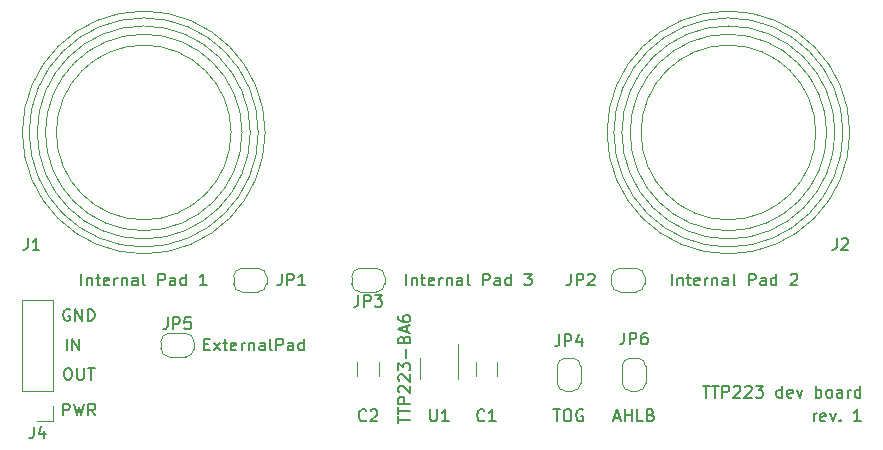
<source format=gbr>
G04 #@! TF.GenerationSoftware,KiCad,Pcbnew,5.1.4-e60b266~84~ubuntu19.04.1*
G04 #@! TF.CreationDate,2019-09-15T18:03:26+02:00*
G04 #@! TF.ProjectId,TouchSensorDev,546f7563-6853-4656-9e73-6f724465762e,rev?*
G04 #@! TF.SameCoordinates,Original*
G04 #@! TF.FileFunction,Legend,Top*
G04 #@! TF.FilePolarity,Positive*
%FSLAX46Y46*%
G04 Gerber Fmt 4.6, Leading zero omitted, Abs format (unit mm)*
G04 Created by KiCad (PCBNEW 5.1.4-e60b266~84~ubuntu19.04.1) date 2019-09-15 18:03:26*
%MOMM*%
%LPD*%
G04 APERTURE LIST*
%ADD10C,0.150000*%
%ADD11C,0.120000*%
G04 APERTURE END LIST*
D10*
X25976190Y-51952380D02*
X25976190Y-50952380D01*
X26452380Y-51952380D02*
X26452380Y-50952380D01*
X27023809Y-51952380D01*
X27023809Y-50952380D01*
X26000000Y-53452380D02*
X26190476Y-53452380D01*
X26285714Y-53500000D01*
X26380952Y-53595238D01*
X26428571Y-53785714D01*
X26428571Y-54119047D01*
X26380952Y-54309523D01*
X26285714Y-54404761D01*
X26190476Y-54452380D01*
X26000000Y-54452380D01*
X25904761Y-54404761D01*
X25809523Y-54309523D01*
X25761904Y-54119047D01*
X25761904Y-53785714D01*
X25809523Y-53595238D01*
X25904761Y-53500000D01*
X26000000Y-53452380D01*
X26857142Y-53452380D02*
X26857142Y-54261904D01*
X26904761Y-54357142D01*
X26952380Y-54404761D01*
X27047619Y-54452380D01*
X27238095Y-54452380D01*
X27333333Y-54404761D01*
X27380952Y-54357142D01*
X27428571Y-54261904D01*
X27428571Y-53452380D01*
X27761904Y-53452380D02*
X28333333Y-53452380D01*
X28047619Y-54452380D02*
X28047619Y-53452380D01*
X25666666Y-57452380D02*
X25666666Y-56452380D01*
X26047619Y-56452380D01*
X26142857Y-56500000D01*
X26190476Y-56547619D01*
X26238095Y-56642857D01*
X26238095Y-56785714D01*
X26190476Y-56880952D01*
X26142857Y-56928571D01*
X26047619Y-56976190D01*
X25666666Y-56976190D01*
X26571428Y-56452380D02*
X26809523Y-57452380D01*
X27000000Y-56738095D01*
X27190476Y-57452380D01*
X27428571Y-56452380D01*
X28380952Y-57452380D02*
X28047619Y-56976190D01*
X27809523Y-57452380D02*
X27809523Y-56452380D01*
X28190476Y-56452380D01*
X28285714Y-56500000D01*
X28333333Y-56547619D01*
X28380952Y-56642857D01*
X28380952Y-56785714D01*
X28333333Y-56880952D01*
X28285714Y-56928571D01*
X28190476Y-56976190D01*
X27809523Y-56976190D01*
X26238095Y-48500000D02*
X26142857Y-48452380D01*
X26000000Y-48452380D01*
X25857142Y-48500000D01*
X25761904Y-48595238D01*
X25714285Y-48690476D01*
X25666666Y-48880952D01*
X25666666Y-49023809D01*
X25714285Y-49214285D01*
X25761904Y-49309523D01*
X25857142Y-49404761D01*
X26000000Y-49452380D01*
X26095238Y-49452380D01*
X26238095Y-49404761D01*
X26285714Y-49357142D01*
X26285714Y-49023809D01*
X26095238Y-49023809D01*
X26714285Y-49452380D02*
X26714285Y-48452380D01*
X27285714Y-49452380D01*
X27285714Y-48452380D01*
X27761904Y-49452380D02*
X27761904Y-48452380D01*
X28000000Y-48452380D01*
X28142857Y-48500000D01*
X28238095Y-48595238D01*
X28285714Y-48690476D01*
X28333333Y-48880952D01*
X28333333Y-49023809D01*
X28285714Y-49214285D01*
X28238095Y-49309523D01*
X28142857Y-49404761D01*
X28000000Y-49452380D01*
X27761904Y-49452380D01*
X89212023Y-57952380D02*
X89212023Y-57285714D01*
X89212023Y-57476190D02*
X89259642Y-57380952D01*
X89307261Y-57333333D01*
X89402500Y-57285714D01*
X89497738Y-57285714D01*
X90212023Y-57904761D02*
X90116785Y-57952380D01*
X89926309Y-57952380D01*
X89831071Y-57904761D01*
X89783452Y-57809523D01*
X89783452Y-57428571D01*
X89831071Y-57333333D01*
X89926309Y-57285714D01*
X90116785Y-57285714D01*
X90212023Y-57333333D01*
X90259642Y-57428571D01*
X90259642Y-57523809D01*
X89783452Y-57619047D01*
X90592976Y-57285714D02*
X90831071Y-57952380D01*
X91069166Y-57285714D01*
X91450119Y-57857142D02*
X91497738Y-57904761D01*
X91450119Y-57952380D01*
X91402500Y-57904761D01*
X91450119Y-57857142D01*
X91450119Y-57952380D01*
X93212023Y-57952380D02*
X92640595Y-57952380D01*
X92926309Y-57952380D02*
X92926309Y-56952380D01*
X92831071Y-57095238D01*
X92735833Y-57190476D01*
X92640595Y-57238095D01*
X79831071Y-54952380D02*
X80402500Y-54952380D01*
X80116785Y-55952380D02*
X80116785Y-54952380D01*
X80592976Y-54952380D02*
X81164404Y-54952380D01*
X80878690Y-55952380D02*
X80878690Y-54952380D01*
X81497738Y-55952380D02*
X81497738Y-54952380D01*
X81878690Y-54952380D01*
X81973928Y-55000000D01*
X82021547Y-55047619D01*
X82069166Y-55142857D01*
X82069166Y-55285714D01*
X82021547Y-55380952D01*
X81973928Y-55428571D01*
X81878690Y-55476190D01*
X81497738Y-55476190D01*
X82450119Y-55047619D02*
X82497738Y-55000000D01*
X82592976Y-54952380D01*
X82831071Y-54952380D01*
X82926309Y-55000000D01*
X82973928Y-55047619D01*
X83021547Y-55142857D01*
X83021547Y-55238095D01*
X82973928Y-55380952D01*
X82402500Y-55952380D01*
X83021547Y-55952380D01*
X83402500Y-55047619D02*
X83450119Y-55000000D01*
X83545357Y-54952380D01*
X83783452Y-54952380D01*
X83878690Y-55000000D01*
X83926309Y-55047619D01*
X83973928Y-55142857D01*
X83973928Y-55238095D01*
X83926309Y-55380952D01*
X83354880Y-55952380D01*
X83973928Y-55952380D01*
X84307261Y-54952380D02*
X84926309Y-54952380D01*
X84592976Y-55333333D01*
X84735833Y-55333333D01*
X84831071Y-55380952D01*
X84878690Y-55428571D01*
X84926309Y-55523809D01*
X84926309Y-55761904D01*
X84878690Y-55857142D01*
X84831071Y-55904761D01*
X84735833Y-55952380D01*
X84450119Y-55952380D01*
X84354880Y-55904761D01*
X84307261Y-55857142D01*
X86545357Y-55952380D02*
X86545357Y-54952380D01*
X86545357Y-55904761D02*
X86450119Y-55952380D01*
X86259642Y-55952380D01*
X86164404Y-55904761D01*
X86116785Y-55857142D01*
X86069166Y-55761904D01*
X86069166Y-55476190D01*
X86116785Y-55380952D01*
X86164404Y-55333333D01*
X86259642Y-55285714D01*
X86450119Y-55285714D01*
X86545357Y-55333333D01*
X87402500Y-55904761D02*
X87307261Y-55952380D01*
X87116785Y-55952380D01*
X87021547Y-55904761D01*
X86973928Y-55809523D01*
X86973928Y-55428571D01*
X87021547Y-55333333D01*
X87116785Y-55285714D01*
X87307261Y-55285714D01*
X87402500Y-55333333D01*
X87450119Y-55428571D01*
X87450119Y-55523809D01*
X86973928Y-55619047D01*
X87783452Y-55285714D02*
X88021547Y-55952380D01*
X88259642Y-55285714D01*
X89402500Y-55952380D02*
X89402500Y-54952380D01*
X89402500Y-55333333D02*
X89497738Y-55285714D01*
X89688214Y-55285714D01*
X89783452Y-55333333D01*
X89831071Y-55380952D01*
X89878690Y-55476190D01*
X89878690Y-55761904D01*
X89831071Y-55857142D01*
X89783452Y-55904761D01*
X89688214Y-55952380D01*
X89497738Y-55952380D01*
X89402500Y-55904761D01*
X90450119Y-55952380D02*
X90354880Y-55904761D01*
X90307261Y-55857142D01*
X90259642Y-55761904D01*
X90259642Y-55476190D01*
X90307261Y-55380952D01*
X90354880Y-55333333D01*
X90450119Y-55285714D01*
X90592976Y-55285714D01*
X90688214Y-55333333D01*
X90735833Y-55380952D01*
X90783452Y-55476190D01*
X90783452Y-55761904D01*
X90735833Y-55857142D01*
X90688214Y-55904761D01*
X90592976Y-55952380D01*
X90450119Y-55952380D01*
X91640595Y-55952380D02*
X91640595Y-55428571D01*
X91592976Y-55333333D01*
X91497738Y-55285714D01*
X91307261Y-55285714D01*
X91212023Y-55333333D01*
X91640595Y-55904761D02*
X91545357Y-55952380D01*
X91307261Y-55952380D01*
X91212023Y-55904761D01*
X91164404Y-55809523D01*
X91164404Y-55714285D01*
X91212023Y-55619047D01*
X91307261Y-55571428D01*
X91545357Y-55571428D01*
X91640595Y-55523809D01*
X92116785Y-55952380D02*
X92116785Y-55285714D01*
X92116785Y-55476190D02*
X92164404Y-55380952D01*
X92212023Y-55333333D01*
X92307261Y-55285714D01*
X92402500Y-55285714D01*
X93164404Y-55952380D02*
X93164404Y-54952380D01*
X93164404Y-55904761D02*
X93069166Y-55952380D01*
X92878690Y-55952380D01*
X92783452Y-55904761D01*
X92735833Y-55857142D01*
X92688214Y-55761904D01*
X92688214Y-55476190D01*
X92735833Y-55380952D01*
X92783452Y-55333333D01*
X92878690Y-55285714D01*
X93069166Y-55285714D01*
X93164404Y-55333333D01*
D11*
X59110000Y-54400000D02*
X59110000Y-51450000D01*
X55890000Y-52600000D02*
X55890000Y-54400000D01*
X52200000Y-47000000D02*
X50800000Y-47000000D01*
X50100000Y-46300000D02*
X50100000Y-45700000D01*
X50800000Y-45000000D02*
X52200000Y-45000000D01*
X52900000Y-45700000D02*
X52900000Y-46300000D01*
X52900000Y-46300000D02*
G75*
G02X52200000Y-47000000I-700000J0D01*
G01*
X52200000Y-45000000D02*
G75*
G02X52900000Y-45700000I0J-700000D01*
G01*
X50100000Y-45700000D02*
G75*
G02X50800000Y-45000000I700000J0D01*
G01*
X50800000Y-47000000D02*
G75*
G02X50100000Y-46300000I0J700000D01*
G01*
X72800000Y-45000000D02*
X74200000Y-45000000D01*
X74900000Y-45700000D02*
X74900000Y-46300000D01*
X74200000Y-47000000D02*
X72800000Y-47000000D01*
X72100000Y-46300000D02*
X72100000Y-45700000D01*
X72100000Y-45700000D02*
G75*
G02X72800000Y-45000000I700000J0D01*
G01*
X72800000Y-47000000D02*
G75*
G02X72100000Y-46300000I0J700000D01*
G01*
X74900000Y-46300000D02*
G75*
G02X74200000Y-47000000I-700000J0D01*
G01*
X74200000Y-45000000D02*
G75*
G02X74900000Y-45700000I0J-700000D01*
G01*
X42200000Y-47000000D02*
X40800000Y-47000000D01*
X40100000Y-46300000D02*
X40100000Y-45700000D01*
X40800000Y-45000000D02*
X42200000Y-45000000D01*
X42900000Y-45700000D02*
X42900000Y-46300000D01*
X42900000Y-46300000D02*
G75*
G02X42200000Y-47000000I-700000J0D01*
G01*
X42200000Y-45000000D02*
G75*
G02X42900000Y-45700000I0J-700000D01*
G01*
X40100000Y-45700000D02*
G75*
G02X40800000Y-45000000I700000J0D01*
G01*
X40800000Y-47000000D02*
G75*
G02X40100000Y-46300000I0J700000D01*
G01*
X89396592Y-33500000D02*
G75*
G03X89396592Y-33500000I-7396592J0D01*
G01*
X90320196Y-33500000D02*
G75*
G03X90320196Y-33500000I-8320196J0D01*
G01*
X91019683Y-33500000D02*
G75*
G03X91019683Y-33500000I-9019683J0D01*
G01*
X91698677Y-33500000D02*
G75*
G03X91698677Y-33500000I-9698677J0D01*
G01*
X92276804Y-33500000D02*
G75*
G03X92276804Y-33500000I-10276804J0D01*
G01*
X39896592Y-33500000D02*
G75*
G03X39896592Y-33500000I-7396592J0D01*
G01*
X40820196Y-33500000D02*
G75*
G03X40820196Y-33500000I-8320196J0D01*
G01*
X41519683Y-33500000D02*
G75*
G03X41519683Y-33500000I-9019683J0D01*
G01*
X42198677Y-33500000D02*
G75*
G03X42198677Y-33500000I-9698677J0D01*
G01*
X42776804Y-33500000D02*
G75*
G03X42776804Y-33500000I-10276804J0D01*
G01*
X75000000Y-53300000D02*
X75000000Y-54700000D01*
X74300000Y-55400000D02*
X73700000Y-55400000D01*
X73000000Y-54700000D02*
X73000000Y-53300000D01*
X73700000Y-52600000D02*
X74300000Y-52600000D01*
X74300000Y-52600000D02*
G75*
G02X75000000Y-53300000I0J-700000D01*
G01*
X73000000Y-53300000D02*
G75*
G02X73700000Y-52600000I700000J0D01*
G01*
X73700000Y-55400000D02*
G75*
G02X73000000Y-54700000I0J700000D01*
G01*
X75000000Y-54700000D02*
G75*
G02X74300000Y-55400000I-700000J0D01*
G01*
X67500000Y-54700000D02*
X67500000Y-53300000D01*
X68200000Y-52600000D02*
X68800000Y-52600000D01*
X69500000Y-53300000D02*
X69500000Y-54700000D01*
X68800000Y-55400000D02*
X68200000Y-55400000D01*
X68200000Y-55400000D02*
G75*
G02X67500000Y-54700000I0J700000D01*
G01*
X69500000Y-54700000D02*
G75*
G02X68800000Y-55400000I-700000J0D01*
G01*
X68800000Y-52600000D02*
G75*
G02X69500000Y-53300000I0J-700000D01*
G01*
X67500000Y-53300000D02*
G75*
G02X68200000Y-52600000I700000J0D01*
G01*
X34650000Y-50500000D02*
X36050000Y-50500000D01*
X36750000Y-51200000D02*
X36750000Y-51800000D01*
X36050000Y-52500000D02*
X34650000Y-52500000D01*
X33950000Y-51800000D02*
X33950000Y-51200000D01*
X33950000Y-51200000D02*
G75*
G02X34650000Y-50500000I700000J0D01*
G01*
X34650000Y-52500000D02*
G75*
G02X33950000Y-51800000I0J700000D01*
G01*
X36750000Y-51800000D02*
G75*
G02X36050000Y-52500000I-700000J0D01*
G01*
X36050000Y-50500000D02*
G75*
G02X36750000Y-51200000I0J-700000D01*
G01*
X24830000Y-57950000D02*
X23500000Y-57950000D01*
X24830000Y-56620000D02*
X24830000Y-57950000D01*
X24830000Y-55350000D02*
X22170000Y-55350000D01*
X22170000Y-55350000D02*
X22170000Y-47670000D01*
X24830000Y-55350000D02*
X24830000Y-47670000D01*
X24830000Y-47670000D02*
X22170000Y-47670000D01*
X62410000Y-54102064D02*
X62410000Y-52897936D01*
X60590000Y-54102064D02*
X60590000Y-52897936D01*
X50590000Y-52897936D02*
X50590000Y-54102064D01*
X52410000Y-52897936D02*
X52410000Y-54102064D01*
D10*
X56738095Y-56952380D02*
X56738095Y-57761904D01*
X56785714Y-57857142D01*
X56833333Y-57904761D01*
X56928571Y-57952380D01*
X57119047Y-57952380D01*
X57214285Y-57904761D01*
X57261904Y-57857142D01*
X57309523Y-57761904D01*
X57309523Y-56952380D01*
X58309523Y-57952380D02*
X57738095Y-57952380D01*
X58023809Y-57952380D02*
X58023809Y-56952380D01*
X57928571Y-57095238D01*
X57833333Y-57190476D01*
X57738095Y-57238095D01*
X54052380Y-58119047D02*
X54052380Y-57547619D01*
X55052380Y-57833333D02*
X54052380Y-57833333D01*
X54052380Y-57357142D02*
X54052380Y-56785714D01*
X55052380Y-57071428D02*
X54052380Y-57071428D01*
X55052380Y-56452380D02*
X54052380Y-56452380D01*
X54052380Y-56071428D01*
X54100000Y-55976190D01*
X54147619Y-55928571D01*
X54242857Y-55880952D01*
X54385714Y-55880952D01*
X54480952Y-55928571D01*
X54528571Y-55976190D01*
X54576190Y-56071428D01*
X54576190Y-56452380D01*
X54147619Y-55500000D02*
X54100000Y-55452380D01*
X54052380Y-55357142D01*
X54052380Y-55119047D01*
X54100000Y-55023809D01*
X54147619Y-54976190D01*
X54242857Y-54928571D01*
X54338095Y-54928571D01*
X54480952Y-54976190D01*
X55052380Y-55547619D01*
X55052380Y-54928571D01*
X54147619Y-54547619D02*
X54100000Y-54500000D01*
X54052380Y-54404761D01*
X54052380Y-54166666D01*
X54100000Y-54071428D01*
X54147619Y-54023809D01*
X54242857Y-53976190D01*
X54338095Y-53976190D01*
X54480952Y-54023809D01*
X55052380Y-54595238D01*
X55052380Y-53976190D01*
X54052380Y-53642857D02*
X54052380Y-53023809D01*
X54433333Y-53357142D01*
X54433333Y-53214285D01*
X54480952Y-53119047D01*
X54528571Y-53071428D01*
X54623809Y-53023809D01*
X54861904Y-53023809D01*
X54957142Y-53071428D01*
X55004761Y-53119047D01*
X55052380Y-53214285D01*
X55052380Y-53500000D01*
X55004761Y-53595238D01*
X54957142Y-53642857D01*
X54671428Y-52595238D02*
X54671428Y-51833333D01*
X54528571Y-51023809D02*
X54576190Y-50880952D01*
X54623809Y-50833333D01*
X54719047Y-50785714D01*
X54861904Y-50785714D01*
X54957142Y-50833333D01*
X55004761Y-50880952D01*
X55052380Y-50976190D01*
X55052380Y-51357142D01*
X54052380Y-51357142D01*
X54052380Y-51023809D01*
X54100000Y-50928571D01*
X54147619Y-50880952D01*
X54242857Y-50833333D01*
X54338095Y-50833333D01*
X54433333Y-50880952D01*
X54480952Y-50928571D01*
X54528571Y-51023809D01*
X54528571Y-51357142D01*
X54766666Y-50404761D02*
X54766666Y-49928571D01*
X55052380Y-50500000D02*
X54052380Y-50166666D01*
X55052380Y-49833333D01*
X54052380Y-49071428D02*
X54052380Y-49261904D01*
X54100000Y-49357142D01*
X54147619Y-49404761D01*
X54290476Y-49500000D01*
X54480952Y-49547619D01*
X54861904Y-49547619D01*
X54957142Y-49500000D01*
X55004761Y-49452380D01*
X55052380Y-49357142D01*
X55052380Y-49166666D01*
X55004761Y-49071428D01*
X54957142Y-49023809D01*
X54861904Y-48976190D01*
X54623809Y-48976190D01*
X54528571Y-49023809D01*
X54480952Y-49071428D01*
X54433333Y-49166666D01*
X54433333Y-49357142D01*
X54480952Y-49452380D01*
X54528571Y-49500000D01*
X54623809Y-49547619D01*
X50666666Y-47252380D02*
X50666666Y-47966666D01*
X50619047Y-48109523D01*
X50523809Y-48204761D01*
X50380952Y-48252380D01*
X50285714Y-48252380D01*
X51142857Y-48252380D02*
X51142857Y-47252380D01*
X51523809Y-47252380D01*
X51619047Y-47300000D01*
X51666666Y-47347619D01*
X51714285Y-47442857D01*
X51714285Y-47585714D01*
X51666666Y-47680952D01*
X51619047Y-47728571D01*
X51523809Y-47776190D01*
X51142857Y-47776190D01*
X52047619Y-47252380D02*
X52666666Y-47252380D01*
X52333333Y-47633333D01*
X52476190Y-47633333D01*
X52571428Y-47680952D01*
X52619047Y-47728571D01*
X52666666Y-47823809D01*
X52666666Y-48061904D01*
X52619047Y-48157142D01*
X52571428Y-48204761D01*
X52476190Y-48252380D01*
X52190476Y-48252380D01*
X52095238Y-48204761D01*
X52047619Y-48157142D01*
X54714285Y-46452380D02*
X54714285Y-45452380D01*
X55190476Y-45785714D02*
X55190476Y-46452380D01*
X55190476Y-45880952D02*
X55238095Y-45833333D01*
X55333333Y-45785714D01*
X55476190Y-45785714D01*
X55571428Y-45833333D01*
X55619047Y-45928571D01*
X55619047Y-46452380D01*
X55952380Y-45785714D02*
X56333333Y-45785714D01*
X56095238Y-45452380D02*
X56095238Y-46309523D01*
X56142857Y-46404761D01*
X56238095Y-46452380D01*
X56333333Y-46452380D01*
X57047619Y-46404761D02*
X56952380Y-46452380D01*
X56761904Y-46452380D01*
X56666666Y-46404761D01*
X56619047Y-46309523D01*
X56619047Y-45928571D01*
X56666666Y-45833333D01*
X56761904Y-45785714D01*
X56952380Y-45785714D01*
X57047619Y-45833333D01*
X57095238Y-45928571D01*
X57095238Y-46023809D01*
X56619047Y-46119047D01*
X57523809Y-46452380D02*
X57523809Y-45785714D01*
X57523809Y-45976190D02*
X57571428Y-45880952D01*
X57619047Y-45833333D01*
X57714285Y-45785714D01*
X57809523Y-45785714D01*
X58142857Y-45785714D02*
X58142857Y-46452380D01*
X58142857Y-45880952D02*
X58190476Y-45833333D01*
X58285714Y-45785714D01*
X58428571Y-45785714D01*
X58523809Y-45833333D01*
X58571428Y-45928571D01*
X58571428Y-46452380D01*
X59476190Y-46452380D02*
X59476190Y-45928571D01*
X59428571Y-45833333D01*
X59333333Y-45785714D01*
X59142857Y-45785714D01*
X59047619Y-45833333D01*
X59476190Y-46404761D02*
X59380952Y-46452380D01*
X59142857Y-46452380D01*
X59047619Y-46404761D01*
X59000000Y-46309523D01*
X59000000Y-46214285D01*
X59047619Y-46119047D01*
X59142857Y-46071428D01*
X59380952Y-46071428D01*
X59476190Y-46023809D01*
X60095238Y-46452380D02*
X60000000Y-46404761D01*
X59952380Y-46309523D01*
X59952380Y-45452380D01*
X61238095Y-46452380D02*
X61238095Y-45452380D01*
X61619047Y-45452380D01*
X61714285Y-45500000D01*
X61761904Y-45547619D01*
X61809523Y-45642857D01*
X61809523Y-45785714D01*
X61761904Y-45880952D01*
X61714285Y-45928571D01*
X61619047Y-45976190D01*
X61238095Y-45976190D01*
X62666666Y-46452380D02*
X62666666Y-45928571D01*
X62619047Y-45833333D01*
X62523809Y-45785714D01*
X62333333Y-45785714D01*
X62238095Y-45833333D01*
X62666666Y-46404761D02*
X62571428Y-46452380D01*
X62333333Y-46452380D01*
X62238095Y-46404761D01*
X62190476Y-46309523D01*
X62190476Y-46214285D01*
X62238095Y-46119047D01*
X62333333Y-46071428D01*
X62571428Y-46071428D01*
X62666666Y-46023809D01*
X63571428Y-46452380D02*
X63571428Y-45452380D01*
X63571428Y-46404761D02*
X63476190Y-46452380D01*
X63285714Y-46452380D01*
X63190476Y-46404761D01*
X63142857Y-46357142D01*
X63095238Y-46261904D01*
X63095238Y-45976190D01*
X63142857Y-45880952D01*
X63190476Y-45833333D01*
X63285714Y-45785714D01*
X63476190Y-45785714D01*
X63571428Y-45833333D01*
X64714285Y-45452380D02*
X65333333Y-45452380D01*
X65000000Y-45833333D01*
X65142857Y-45833333D01*
X65238095Y-45880952D01*
X65285714Y-45928571D01*
X65333333Y-46023809D01*
X65333333Y-46261904D01*
X65285714Y-46357142D01*
X65238095Y-46404761D01*
X65142857Y-46452380D01*
X64857142Y-46452380D01*
X64761904Y-46404761D01*
X64714285Y-46357142D01*
X68666666Y-45452380D02*
X68666666Y-46166666D01*
X68619047Y-46309523D01*
X68523809Y-46404761D01*
X68380952Y-46452380D01*
X68285714Y-46452380D01*
X69142857Y-46452380D02*
X69142857Y-45452380D01*
X69523809Y-45452380D01*
X69619047Y-45500000D01*
X69666666Y-45547619D01*
X69714285Y-45642857D01*
X69714285Y-45785714D01*
X69666666Y-45880952D01*
X69619047Y-45928571D01*
X69523809Y-45976190D01*
X69142857Y-45976190D01*
X70095238Y-45547619D02*
X70142857Y-45500000D01*
X70238095Y-45452380D01*
X70476190Y-45452380D01*
X70571428Y-45500000D01*
X70619047Y-45547619D01*
X70666666Y-45642857D01*
X70666666Y-45738095D01*
X70619047Y-45880952D01*
X70047619Y-46452380D01*
X70666666Y-46452380D01*
X77214285Y-46452380D02*
X77214285Y-45452380D01*
X77690476Y-45785714D02*
X77690476Y-46452380D01*
X77690476Y-45880952D02*
X77738095Y-45833333D01*
X77833333Y-45785714D01*
X77976190Y-45785714D01*
X78071428Y-45833333D01*
X78119047Y-45928571D01*
X78119047Y-46452380D01*
X78452380Y-45785714D02*
X78833333Y-45785714D01*
X78595238Y-45452380D02*
X78595238Y-46309523D01*
X78642857Y-46404761D01*
X78738095Y-46452380D01*
X78833333Y-46452380D01*
X79547619Y-46404761D02*
X79452380Y-46452380D01*
X79261904Y-46452380D01*
X79166666Y-46404761D01*
X79119047Y-46309523D01*
X79119047Y-45928571D01*
X79166666Y-45833333D01*
X79261904Y-45785714D01*
X79452380Y-45785714D01*
X79547619Y-45833333D01*
X79595238Y-45928571D01*
X79595238Y-46023809D01*
X79119047Y-46119047D01*
X80023809Y-46452380D02*
X80023809Y-45785714D01*
X80023809Y-45976190D02*
X80071428Y-45880952D01*
X80119047Y-45833333D01*
X80214285Y-45785714D01*
X80309523Y-45785714D01*
X80642857Y-45785714D02*
X80642857Y-46452380D01*
X80642857Y-45880952D02*
X80690476Y-45833333D01*
X80785714Y-45785714D01*
X80928571Y-45785714D01*
X81023809Y-45833333D01*
X81071428Y-45928571D01*
X81071428Y-46452380D01*
X81976190Y-46452380D02*
X81976190Y-45928571D01*
X81928571Y-45833333D01*
X81833333Y-45785714D01*
X81642857Y-45785714D01*
X81547619Y-45833333D01*
X81976190Y-46404761D02*
X81880952Y-46452380D01*
X81642857Y-46452380D01*
X81547619Y-46404761D01*
X81500000Y-46309523D01*
X81500000Y-46214285D01*
X81547619Y-46119047D01*
X81642857Y-46071428D01*
X81880952Y-46071428D01*
X81976190Y-46023809D01*
X82595238Y-46452380D02*
X82500000Y-46404761D01*
X82452380Y-46309523D01*
X82452380Y-45452380D01*
X83738095Y-46452380D02*
X83738095Y-45452380D01*
X84119047Y-45452380D01*
X84214285Y-45500000D01*
X84261904Y-45547619D01*
X84309523Y-45642857D01*
X84309523Y-45785714D01*
X84261904Y-45880952D01*
X84214285Y-45928571D01*
X84119047Y-45976190D01*
X83738095Y-45976190D01*
X85166666Y-46452380D02*
X85166666Y-45928571D01*
X85119047Y-45833333D01*
X85023809Y-45785714D01*
X84833333Y-45785714D01*
X84738095Y-45833333D01*
X85166666Y-46404761D02*
X85071428Y-46452380D01*
X84833333Y-46452380D01*
X84738095Y-46404761D01*
X84690476Y-46309523D01*
X84690476Y-46214285D01*
X84738095Y-46119047D01*
X84833333Y-46071428D01*
X85071428Y-46071428D01*
X85166666Y-46023809D01*
X86071428Y-46452380D02*
X86071428Y-45452380D01*
X86071428Y-46404761D02*
X85976190Y-46452380D01*
X85785714Y-46452380D01*
X85690476Y-46404761D01*
X85642857Y-46357142D01*
X85595238Y-46261904D01*
X85595238Y-45976190D01*
X85642857Y-45880952D01*
X85690476Y-45833333D01*
X85785714Y-45785714D01*
X85976190Y-45785714D01*
X86071428Y-45833333D01*
X87261904Y-45547619D02*
X87309523Y-45500000D01*
X87404761Y-45452380D01*
X87642857Y-45452380D01*
X87738095Y-45500000D01*
X87785714Y-45547619D01*
X87833333Y-45642857D01*
X87833333Y-45738095D01*
X87785714Y-45880952D01*
X87214285Y-46452380D01*
X87833333Y-46452380D01*
X44166666Y-45452380D02*
X44166666Y-46166666D01*
X44119047Y-46309523D01*
X44023809Y-46404761D01*
X43880952Y-46452380D01*
X43785714Y-46452380D01*
X44642857Y-46452380D02*
X44642857Y-45452380D01*
X45023809Y-45452380D01*
X45119047Y-45500000D01*
X45166666Y-45547619D01*
X45214285Y-45642857D01*
X45214285Y-45785714D01*
X45166666Y-45880952D01*
X45119047Y-45928571D01*
X45023809Y-45976190D01*
X44642857Y-45976190D01*
X46166666Y-46452380D02*
X45595238Y-46452380D01*
X45880952Y-46452380D02*
X45880952Y-45452380D01*
X45785714Y-45595238D01*
X45690476Y-45690476D01*
X45595238Y-45738095D01*
X27214285Y-46452380D02*
X27214285Y-45452380D01*
X27690476Y-45785714D02*
X27690476Y-46452380D01*
X27690476Y-45880952D02*
X27738095Y-45833333D01*
X27833333Y-45785714D01*
X27976190Y-45785714D01*
X28071428Y-45833333D01*
X28119047Y-45928571D01*
X28119047Y-46452380D01*
X28452380Y-45785714D02*
X28833333Y-45785714D01*
X28595238Y-45452380D02*
X28595238Y-46309523D01*
X28642857Y-46404761D01*
X28738095Y-46452380D01*
X28833333Y-46452380D01*
X29547619Y-46404761D02*
X29452380Y-46452380D01*
X29261904Y-46452380D01*
X29166666Y-46404761D01*
X29119047Y-46309523D01*
X29119047Y-45928571D01*
X29166666Y-45833333D01*
X29261904Y-45785714D01*
X29452380Y-45785714D01*
X29547619Y-45833333D01*
X29595238Y-45928571D01*
X29595238Y-46023809D01*
X29119047Y-46119047D01*
X30023809Y-46452380D02*
X30023809Y-45785714D01*
X30023809Y-45976190D02*
X30071428Y-45880952D01*
X30119047Y-45833333D01*
X30214285Y-45785714D01*
X30309523Y-45785714D01*
X30642857Y-45785714D02*
X30642857Y-46452380D01*
X30642857Y-45880952D02*
X30690476Y-45833333D01*
X30785714Y-45785714D01*
X30928571Y-45785714D01*
X31023809Y-45833333D01*
X31071428Y-45928571D01*
X31071428Y-46452380D01*
X31976190Y-46452380D02*
X31976190Y-45928571D01*
X31928571Y-45833333D01*
X31833333Y-45785714D01*
X31642857Y-45785714D01*
X31547619Y-45833333D01*
X31976190Y-46404761D02*
X31880952Y-46452380D01*
X31642857Y-46452380D01*
X31547619Y-46404761D01*
X31500000Y-46309523D01*
X31500000Y-46214285D01*
X31547619Y-46119047D01*
X31642857Y-46071428D01*
X31880952Y-46071428D01*
X31976190Y-46023809D01*
X32595238Y-46452380D02*
X32500000Y-46404761D01*
X32452380Y-46309523D01*
X32452380Y-45452380D01*
X33738095Y-46452380D02*
X33738095Y-45452380D01*
X34119047Y-45452380D01*
X34214285Y-45500000D01*
X34261904Y-45547619D01*
X34309523Y-45642857D01*
X34309523Y-45785714D01*
X34261904Y-45880952D01*
X34214285Y-45928571D01*
X34119047Y-45976190D01*
X33738095Y-45976190D01*
X35166666Y-46452380D02*
X35166666Y-45928571D01*
X35119047Y-45833333D01*
X35023809Y-45785714D01*
X34833333Y-45785714D01*
X34738095Y-45833333D01*
X35166666Y-46404761D02*
X35071428Y-46452380D01*
X34833333Y-46452380D01*
X34738095Y-46404761D01*
X34690476Y-46309523D01*
X34690476Y-46214285D01*
X34738095Y-46119047D01*
X34833333Y-46071428D01*
X35071428Y-46071428D01*
X35166666Y-46023809D01*
X36071428Y-46452380D02*
X36071428Y-45452380D01*
X36071428Y-46404761D02*
X35976190Y-46452380D01*
X35785714Y-46452380D01*
X35690476Y-46404761D01*
X35642857Y-46357142D01*
X35595238Y-46261904D01*
X35595238Y-45976190D01*
X35642857Y-45880952D01*
X35690476Y-45833333D01*
X35785714Y-45785714D01*
X35976190Y-45785714D01*
X36071428Y-45833333D01*
X37833333Y-46452380D02*
X37261904Y-46452380D01*
X37547619Y-46452380D02*
X37547619Y-45452380D01*
X37452380Y-45595238D01*
X37357142Y-45690476D01*
X37261904Y-45738095D01*
X91166666Y-42452380D02*
X91166666Y-43166666D01*
X91119047Y-43309523D01*
X91023809Y-43404761D01*
X90880952Y-43452380D01*
X90785714Y-43452380D01*
X91595238Y-42547619D02*
X91642857Y-42500000D01*
X91738095Y-42452380D01*
X91976190Y-42452380D01*
X92071428Y-42500000D01*
X92119047Y-42547619D01*
X92166666Y-42642857D01*
X92166666Y-42738095D01*
X92119047Y-42880952D01*
X91547619Y-43452380D01*
X92166666Y-43452380D01*
X22666666Y-42452380D02*
X22666666Y-43166666D01*
X22619047Y-43309523D01*
X22523809Y-43404761D01*
X22380952Y-43452380D01*
X22285714Y-43452380D01*
X23666666Y-43452380D02*
X23095238Y-43452380D01*
X23380952Y-43452380D02*
X23380952Y-42452380D01*
X23285714Y-42595238D01*
X23190476Y-42690476D01*
X23095238Y-42738095D01*
X73166666Y-50452380D02*
X73166666Y-51166666D01*
X73119047Y-51309523D01*
X73023809Y-51404761D01*
X72880952Y-51452380D01*
X72785714Y-51452380D01*
X73642857Y-51452380D02*
X73642857Y-50452380D01*
X74023809Y-50452380D01*
X74119047Y-50500000D01*
X74166666Y-50547619D01*
X74214285Y-50642857D01*
X74214285Y-50785714D01*
X74166666Y-50880952D01*
X74119047Y-50928571D01*
X74023809Y-50976190D01*
X73642857Y-50976190D01*
X75071428Y-50452380D02*
X74880952Y-50452380D01*
X74785714Y-50500000D01*
X74738095Y-50547619D01*
X74642857Y-50690476D01*
X74595238Y-50880952D01*
X74595238Y-51261904D01*
X74642857Y-51357142D01*
X74690476Y-51404761D01*
X74785714Y-51452380D01*
X74976190Y-51452380D01*
X75071428Y-51404761D01*
X75119047Y-51357142D01*
X75166666Y-51261904D01*
X75166666Y-51023809D01*
X75119047Y-50928571D01*
X75071428Y-50880952D01*
X74976190Y-50833333D01*
X74785714Y-50833333D01*
X74690476Y-50880952D01*
X74642857Y-50928571D01*
X74595238Y-51023809D01*
X72333333Y-57666666D02*
X72809523Y-57666666D01*
X72238095Y-57952380D02*
X72571428Y-56952380D01*
X72904761Y-57952380D01*
X73238095Y-57952380D02*
X73238095Y-56952380D01*
X73238095Y-57428571D02*
X73809523Y-57428571D01*
X73809523Y-57952380D02*
X73809523Y-56952380D01*
X74761904Y-57952380D02*
X74285714Y-57952380D01*
X74285714Y-56952380D01*
X75428571Y-57428571D02*
X75571428Y-57476190D01*
X75619047Y-57523809D01*
X75666666Y-57619047D01*
X75666666Y-57761904D01*
X75619047Y-57857142D01*
X75571428Y-57904761D01*
X75476190Y-57952380D01*
X75095238Y-57952380D01*
X75095238Y-56952380D01*
X75428571Y-56952380D01*
X75523809Y-57000000D01*
X75571428Y-57047619D01*
X75619047Y-57142857D01*
X75619047Y-57238095D01*
X75571428Y-57333333D01*
X75523809Y-57380952D01*
X75428571Y-57428571D01*
X75095238Y-57428571D01*
X67666666Y-50602380D02*
X67666666Y-51316666D01*
X67619047Y-51459523D01*
X67523809Y-51554761D01*
X67380952Y-51602380D01*
X67285714Y-51602380D01*
X68142857Y-51602380D02*
X68142857Y-50602380D01*
X68523809Y-50602380D01*
X68619047Y-50650000D01*
X68666666Y-50697619D01*
X68714285Y-50792857D01*
X68714285Y-50935714D01*
X68666666Y-51030952D01*
X68619047Y-51078571D01*
X68523809Y-51126190D01*
X68142857Y-51126190D01*
X69571428Y-50935714D02*
X69571428Y-51602380D01*
X69333333Y-50554761D02*
X69095238Y-51269047D01*
X69714285Y-51269047D01*
X67190476Y-56952380D02*
X67761904Y-56952380D01*
X67476190Y-57952380D02*
X67476190Y-56952380D01*
X68285714Y-56952380D02*
X68476190Y-56952380D01*
X68571428Y-57000000D01*
X68666666Y-57095238D01*
X68714285Y-57285714D01*
X68714285Y-57619047D01*
X68666666Y-57809523D01*
X68571428Y-57904761D01*
X68476190Y-57952380D01*
X68285714Y-57952380D01*
X68190476Y-57904761D01*
X68095238Y-57809523D01*
X68047619Y-57619047D01*
X68047619Y-57285714D01*
X68095238Y-57095238D01*
X68190476Y-57000000D01*
X68285714Y-56952380D01*
X69666666Y-57000000D02*
X69571428Y-56952380D01*
X69428571Y-56952380D01*
X69285714Y-57000000D01*
X69190476Y-57095238D01*
X69142857Y-57190476D01*
X69095238Y-57380952D01*
X69095238Y-57523809D01*
X69142857Y-57714285D01*
X69190476Y-57809523D01*
X69285714Y-57904761D01*
X69428571Y-57952380D01*
X69523809Y-57952380D01*
X69666666Y-57904761D01*
X69714285Y-57857142D01*
X69714285Y-57523809D01*
X69523809Y-57523809D01*
X34516666Y-49152380D02*
X34516666Y-49866666D01*
X34469047Y-50009523D01*
X34373809Y-50104761D01*
X34230952Y-50152380D01*
X34135714Y-50152380D01*
X34992857Y-50152380D02*
X34992857Y-49152380D01*
X35373809Y-49152380D01*
X35469047Y-49200000D01*
X35516666Y-49247619D01*
X35564285Y-49342857D01*
X35564285Y-49485714D01*
X35516666Y-49580952D01*
X35469047Y-49628571D01*
X35373809Y-49676190D01*
X34992857Y-49676190D01*
X36469047Y-49152380D02*
X35992857Y-49152380D01*
X35945238Y-49628571D01*
X35992857Y-49580952D01*
X36088095Y-49533333D01*
X36326190Y-49533333D01*
X36421428Y-49580952D01*
X36469047Y-49628571D01*
X36516666Y-49723809D01*
X36516666Y-49961904D01*
X36469047Y-50057142D01*
X36421428Y-50104761D01*
X36326190Y-50152380D01*
X36088095Y-50152380D01*
X35992857Y-50104761D01*
X35945238Y-50057142D01*
X37635714Y-51428571D02*
X37969047Y-51428571D01*
X38111904Y-51952380D02*
X37635714Y-51952380D01*
X37635714Y-50952380D01*
X38111904Y-50952380D01*
X38445238Y-51952380D02*
X38969047Y-51285714D01*
X38445238Y-51285714D02*
X38969047Y-51952380D01*
X39207142Y-51285714D02*
X39588095Y-51285714D01*
X39350000Y-50952380D02*
X39350000Y-51809523D01*
X39397619Y-51904761D01*
X39492857Y-51952380D01*
X39588095Y-51952380D01*
X40302380Y-51904761D02*
X40207142Y-51952380D01*
X40016666Y-51952380D01*
X39921428Y-51904761D01*
X39873809Y-51809523D01*
X39873809Y-51428571D01*
X39921428Y-51333333D01*
X40016666Y-51285714D01*
X40207142Y-51285714D01*
X40302380Y-51333333D01*
X40350000Y-51428571D01*
X40350000Y-51523809D01*
X39873809Y-51619047D01*
X40778571Y-51952380D02*
X40778571Y-51285714D01*
X40778571Y-51476190D02*
X40826190Y-51380952D01*
X40873809Y-51333333D01*
X40969047Y-51285714D01*
X41064285Y-51285714D01*
X41397619Y-51285714D02*
X41397619Y-51952380D01*
X41397619Y-51380952D02*
X41445238Y-51333333D01*
X41540476Y-51285714D01*
X41683333Y-51285714D01*
X41778571Y-51333333D01*
X41826190Y-51428571D01*
X41826190Y-51952380D01*
X42730952Y-51952380D02*
X42730952Y-51428571D01*
X42683333Y-51333333D01*
X42588095Y-51285714D01*
X42397619Y-51285714D01*
X42302380Y-51333333D01*
X42730952Y-51904761D02*
X42635714Y-51952380D01*
X42397619Y-51952380D01*
X42302380Y-51904761D01*
X42254761Y-51809523D01*
X42254761Y-51714285D01*
X42302380Y-51619047D01*
X42397619Y-51571428D01*
X42635714Y-51571428D01*
X42730952Y-51523809D01*
X43350000Y-51952380D02*
X43254761Y-51904761D01*
X43207142Y-51809523D01*
X43207142Y-50952380D01*
X43730952Y-51952380D02*
X43730952Y-50952380D01*
X44111904Y-50952380D01*
X44207142Y-51000000D01*
X44254761Y-51047619D01*
X44302380Y-51142857D01*
X44302380Y-51285714D01*
X44254761Y-51380952D01*
X44207142Y-51428571D01*
X44111904Y-51476190D01*
X43730952Y-51476190D01*
X45159523Y-51952380D02*
X45159523Y-51428571D01*
X45111904Y-51333333D01*
X45016666Y-51285714D01*
X44826190Y-51285714D01*
X44730952Y-51333333D01*
X45159523Y-51904761D02*
X45064285Y-51952380D01*
X44826190Y-51952380D01*
X44730952Y-51904761D01*
X44683333Y-51809523D01*
X44683333Y-51714285D01*
X44730952Y-51619047D01*
X44826190Y-51571428D01*
X45064285Y-51571428D01*
X45159523Y-51523809D01*
X46064285Y-51952380D02*
X46064285Y-50952380D01*
X46064285Y-51904761D02*
X45969047Y-51952380D01*
X45778571Y-51952380D01*
X45683333Y-51904761D01*
X45635714Y-51857142D01*
X45588095Y-51761904D01*
X45588095Y-51476190D01*
X45635714Y-51380952D01*
X45683333Y-51333333D01*
X45778571Y-51285714D01*
X45969047Y-51285714D01*
X46064285Y-51333333D01*
X23166666Y-58402380D02*
X23166666Y-59116666D01*
X23119047Y-59259523D01*
X23023809Y-59354761D01*
X22880952Y-59402380D01*
X22785714Y-59402380D01*
X24071428Y-58735714D02*
X24071428Y-59402380D01*
X23833333Y-58354761D02*
X23595238Y-59069047D01*
X24214285Y-59069047D01*
X61333333Y-57857142D02*
X61285714Y-57904761D01*
X61142857Y-57952380D01*
X61047619Y-57952380D01*
X60904761Y-57904761D01*
X60809523Y-57809523D01*
X60761904Y-57714285D01*
X60714285Y-57523809D01*
X60714285Y-57380952D01*
X60761904Y-57190476D01*
X60809523Y-57095238D01*
X60904761Y-57000000D01*
X61047619Y-56952380D01*
X61142857Y-56952380D01*
X61285714Y-57000000D01*
X61333333Y-57047619D01*
X62285714Y-57952380D02*
X61714285Y-57952380D01*
X62000000Y-57952380D02*
X62000000Y-56952380D01*
X61904761Y-57095238D01*
X61809523Y-57190476D01*
X61714285Y-57238095D01*
X51333333Y-57857142D02*
X51285714Y-57904761D01*
X51142857Y-57952380D01*
X51047619Y-57952380D01*
X50904761Y-57904761D01*
X50809523Y-57809523D01*
X50761904Y-57714285D01*
X50714285Y-57523809D01*
X50714285Y-57380952D01*
X50761904Y-57190476D01*
X50809523Y-57095238D01*
X50904761Y-57000000D01*
X51047619Y-56952380D01*
X51142857Y-56952380D01*
X51285714Y-57000000D01*
X51333333Y-57047619D01*
X51714285Y-57047619D02*
X51761904Y-57000000D01*
X51857142Y-56952380D01*
X52095238Y-56952380D01*
X52190476Y-57000000D01*
X52238095Y-57047619D01*
X52285714Y-57142857D01*
X52285714Y-57238095D01*
X52238095Y-57380952D01*
X51666666Y-57952380D01*
X52285714Y-57952380D01*
M02*

</source>
